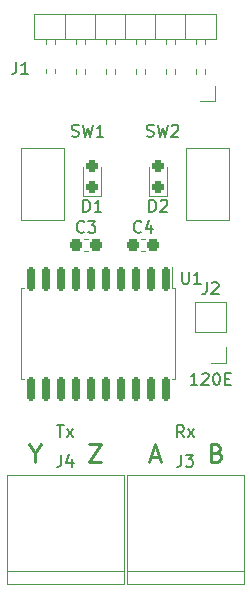
<source format=gto>
G04 #@! TF.GenerationSoftware,KiCad,Pcbnew,7.0.9-7.0.9~ubuntu20.04.1*
G04 #@! TF.CreationDate,2023-12-17T15:18:06+01:00*
G04 #@! TF.ProjectId,kicad-pmod_rs485,6b696361-642d-4706-9d6f-645f72733438,rev?*
G04 #@! TF.SameCoordinates,Original*
G04 #@! TF.FileFunction,Legend,Top*
G04 #@! TF.FilePolarity,Positive*
%FSLAX46Y46*%
G04 Gerber Fmt 4.6, Leading zero omitted, Abs format (unit mm)*
G04 Created by KiCad (PCBNEW 7.0.9-7.0.9~ubuntu20.04.1) date 2023-12-17 15:18:06*
%MOMM*%
%LPD*%
G01*
G04 APERTURE LIST*
G04 Aperture macros list*
%AMRoundRect*
0 Rectangle with rounded corners*
0 $1 Rounding radius*
0 $2 $3 $4 $5 $6 $7 $8 $9 X,Y pos of 4 corners*
0 Add a 4 corners polygon primitive as box body*
4,1,4,$2,$3,$4,$5,$6,$7,$8,$9,$2,$3,0*
0 Add four circle primitives for the rounded corners*
1,1,$1+$1,$2,$3*
1,1,$1+$1,$4,$5*
1,1,$1+$1,$6,$7*
1,1,$1+$1,$8,$9*
0 Add four rect primitives between the rounded corners*
20,1,$1+$1,$2,$3,$4,$5,0*
20,1,$1+$1,$4,$5,$6,$7,0*
20,1,$1+$1,$6,$7,$8,$9,0*
20,1,$1+$1,$8,$9,$2,$3,0*%
G04 Aperture macros list end*
%ADD10C,0.250000*%
%ADD11C,0.150000*%
%ADD12C,0.120000*%
%ADD13R,3.000000X3.000000*%
%ADD14C,3.000000*%
%ADD15R,1.700000X1.700000*%
%ADD16O,1.700000X1.700000*%
%ADD17RoundRect,0.237500X0.300000X0.237500X-0.300000X0.237500X-0.300000X-0.237500X0.300000X-0.237500X0*%
%ADD18RoundRect,0.237500X0.237500X-0.287500X0.237500X0.287500X-0.237500X0.287500X-0.237500X-0.287500X0*%
%ADD19R,1.600000X2.180000*%
%ADD20RoundRect,0.150000X-0.150000X0.875000X-0.150000X-0.875000X0.150000X-0.875000X0.150000X0.875000X0*%
G04 APERTURE END LIST*
D10*
X129944857Y-99185357D02*
X130659143Y-99185357D01*
X129802000Y-99613928D02*
X130302000Y-98113928D01*
X130302000Y-98113928D02*
X130802000Y-99613928D01*
D11*
X133881952Y-93087819D02*
X133310524Y-93087819D01*
X133596238Y-93087819D02*
X133596238Y-92087819D01*
X133596238Y-92087819D02*
X133501000Y-92230676D01*
X133501000Y-92230676D02*
X133405762Y-92325914D01*
X133405762Y-92325914D02*
X133310524Y-92373533D01*
X134262905Y-92183057D02*
X134310524Y-92135438D01*
X134310524Y-92135438D02*
X134405762Y-92087819D01*
X134405762Y-92087819D02*
X134643857Y-92087819D01*
X134643857Y-92087819D02*
X134739095Y-92135438D01*
X134739095Y-92135438D02*
X134786714Y-92183057D01*
X134786714Y-92183057D02*
X134834333Y-92278295D01*
X134834333Y-92278295D02*
X134834333Y-92373533D01*
X134834333Y-92373533D02*
X134786714Y-92516390D01*
X134786714Y-92516390D02*
X134215286Y-93087819D01*
X134215286Y-93087819D02*
X134834333Y-93087819D01*
X135453381Y-92087819D02*
X135548619Y-92087819D01*
X135548619Y-92087819D02*
X135643857Y-92135438D01*
X135643857Y-92135438D02*
X135691476Y-92183057D01*
X135691476Y-92183057D02*
X135739095Y-92278295D01*
X135739095Y-92278295D02*
X135786714Y-92468771D01*
X135786714Y-92468771D02*
X135786714Y-92706866D01*
X135786714Y-92706866D02*
X135739095Y-92897342D01*
X135739095Y-92897342D02*
X135691476Y-92992580D01*
X135691476Y-92992580D02*
X135643857Y-93040200D01*
X135643857Y-93040200D02*
X135548619Y-93087819D01*
X135548619Y-93087819D02*
X135453381Y-93087819D01*
X135453381Y-93087819D02*
X135358143Y-93040200D01*
X135358143Y-93040200D02*
X135310524Y-92992580D01*
X135310524Y-92992580D02*
X135262905Y-92897342D01*
X135262905Y-92897342D02*
X135215286Y-92706866D01*
X135215286Y-92706866D02*
X135215286Y-92468771D01*
X135215286Y-92468771D02*
X135262905Y-92278295D01*
X135262905Y-92278295D02*
X135310524Y-92183057D01*
X135310524Y-92183057D02*
X135358143Y-92135438D01*
X135358143Y-92135438D02*
X135453381Y-92087819D01*
X136215286Y-92564009D02*
X136548619Y-92564009D01*
X136691476Y-93087819D02*
X136215286Y-93087819D01*
X136215286Y-93087819D02*
X136215286Y-92087819D01*
X136215286Y-92087819D02*
X136691476Y-92087819D01*
D10*
X124722000Y-98113928D02*
X125722000Y-98113928D01*
X125722000Y-98113928D02*
X124722000Y-99613928D01*
X124722000Y-99613928D02*
X125722000Y-99613928D01*
X135489142Y-98828214D02*
X135703428Y-98899642D01*
X135703428Y-98899642D02*
X135774857Y-98971071D01*
X135774857Y-98971071D02*
X135846285Y-99113928D01*
X135846285Y-99113928D02*
X135846285Y-99328214D01*
X135846285Y-99328214D02*
X135774857Y-99471071D01*
X135774857Y-99471071D02*
X135703428Y-99542500D01*
X135703428Y-99542500D02*
X135560571Y-99613928D01*
X135560571Y-99613928D02*
X134989142Y-99613928D01*
X134989142Y-99613928D02*
X134989142Y-98113928D01*
X134989142Y-98113928D02*
X135489142Y-98113928D01*
X135489142Y-98113928D02*
X135632000Y-98185357D01*
X135632000Y-98185357D02*
X135703428Y-98256785D01*
X135703428Y-98256785D02*
X135774857Y-98399642D01*
X135774857Y-98399642D02*
X135774857Y-98542500D01*
X135774857Y-98542500D02*
X135703428Y-98685357D01*
X135703428Y-98685357D02*
X135632000Y-98756785D01*
X135632000Y-98756785D02*
X135489142Y-98828214D01*
X135489142Y-98828214D02*
X134989142Y-98828214D01*
X120142000Y-98899642D02*
X120142000Y-99613928D01*
X119642000Y-98113928D02*
X120142000Y-98899642D01*
X120142000Y-98899642D02*
X120642000Y-98113928D01*
D11*
X121991524Y-96532819D02*
X122562952Y-96532819D01*
X122277238Y-97532819D02*
X122277238Y-96532819D01*
X122801048Y-97532819D02*
X123324857Y-96866152D01*
X122801048Y-96866152D02*
X123324857Y-97532819D01*
X132746761Y-97532819D02*
X132413428Y-97056628D01*
X132175333Y-97532819D02*
X132175333Y-96532819D01*
X132175333Y-96532819D02*
X132556285Y-96532819D01*
X132556285Y-96532819D02*
X132651523Y-96580438D01*
X132651523Y-96580438D02*
X132699142Y-96628057D01*
X132699142Y-96628057D02*
X132746761Y-96723295D01*
X132746761Y-96723295D02*
X132746761Y-96866152D01*
X132746761Y-96866152D02*
X132699142Y-96961390D01*
X132699142Y-96961390D02*
X132651523Y-97009009D01*
X132651523Y-97009009D02*
X132556285Y-97056628D01*
X132556285Y-97056628D02*
X132175333Y-97056628D01*
X133080095Y-97532819D02*
X133603904Y-96866152D01*
X133080095Y-96866152D02*
X133603904Y-97532819D01*
X132508666Y-99022819D02*
X132508666Y-99737104D01*
X132508666Y-99737104D02*
X132461047Y-99879961D01*
X132461047Y-99879961D02*
X132365809Y-99975200D01*
X132365809Y-99975200D02*
X132222952Y-100022819D01*
X132222952Y-100022819D02*
X132127714Y-100022819D01*
X132889619Y-99022819D02*
X133508666Y-99022819D01*
X133508666Y-99022819D02*
X133175333Y-99403771D01*
X133175333Y-99403771D02*
X133318190Y-99403771D01*
X133318190Y-99403771D02*
X133413428Y-99451390D01*
X133413428Y-99451390D02*
X133461047Y-99499009D01*
X133461047Y-99499009D02*
X133508666Y-99594247D01*
X133508666Y-99594247D02*
X133508666Y-99832342D01*
X133508666Y-99832342D02*
X133461047Y-99927580D01*
X133461047Y-99927580D02*
X133413428Y-99975200D01*
X133413428Y-99975200D02*
X133318190Y-100022819D01*
X133318190Y-100022819D02*
X133032476Y-100022819D01*
X133032476Y-100022819D02*
X132937238Y-99975200D01*
X132937238Y-99975200D02*
X132889619Y-99927580D01*
X134667666Y-84417819D02*
X134667666Y-85132104D01*
X134667666Y-85132104D02*
X134620047Y-85274961D01*
X134620047Y-85274961D02*
X134524809Y-85370200D01*
X134524809Y-85370200D02*
X134381952Y-85417819D01*
X134381952Y-85417819D02*
X134286714Y-85417819D01*
X135096238Y-84513057D02*
X135143857Y-84465438D01*
X135143857Y-84465438D02*
X135239095Y-84417819D01*
X135239095Y-84417819D02*
X135477190Y-84417819D01*
X135477190Y-84417819D02*
X135572428Y-84465438D01*
X135572428Y-84465438D02*
X135620047Y-84513057D01*
X135620047Y-84513057D02*
X135667666Y-84608295D01*
X135667666Y-84608295D02*
X135667666Y-84703533D01*
X135667666Y-84703533D02*
X135620047Y-84846390D01*
X135620047Y-84846390D02*
X135048619Y-85417819D01*
X135048619Y-85417819D02*
X135667666Y-85417819D01*
X129119333Y-80115580D02*
X129071714Y-80163200D01*
X129071714Y-80163200D02*
X128928857Y-80210819D01*
X128928857Y-80210819D02*
X128833619Y-80210819D01*
X128833619Y-80210819D02*
X128690762Y-80163200D01*
X128690762Y-80163200D02*
X128595524Y-80067961D01*
X128595524Y-80067961D02*
X128547905Y-79972723D01*
X128547905Y-79972723D02*
X128500286Y-79782247D01*
X128500286Y-79782247D02*
X128500286Y-79639390D01*
X128500286Y-79639390D02*
X128547905Y-79448914D01*
X128547905Y-79448914D02*
X128595524Y-79353676D01*
X128595524Y-79353676D02*
X128690762Y-79258438D01*
X128690762Y-79258438D02*
X128833619Y-79210819D01*
X128833619Y-79210819D02*
X128928857Y-79210819D01*
X128928857Y-79210819D02*
X129071714Y-79258438D01*
X129071714Y-79258438D02*
X129119333Y-79306057D01*
X129976476Y-79544152D02*
X129976476Y-80210819D01*
X129738381Y-79163200D02*
X129500286Y-79877485D01*
X129500286Y-79877485D02*
X130119333Y-79877485D01*
X124293333Y-80115580D02*
X124245714Y-80163200D01*
X124245714Y-80163200D02*
X124102857Y-80210819D01*
X124102857Y-80210819D02*
X124007619Y-80210819D01*
X124007619Y-80210819D02*
X123864762Y-80163200D01*
X123864762Y-80163200D02*
X123769524Y-80067961D01*
X123769524Y-80067961D02*
X123721905Y-79972723D01*
X123721905Y-79972723D02*
X123674286Y-79782247D01*
X123674286Y-79782247D02*
X123674286Y-79639390D01*
X123674286Y-79639390D02*
X123721905Y-79448914D01*
X123721905Y-79448914D02*
X123769524Y-79353676D01*
X123769524Y-79353676D02*
X123864762Y-79258438D01*
X123864762Y-79258438D02*
X124007619Y-79210819D01*
X124007619Y-79210819D02*
X124102857Y-79210819D01*
X124102857Y-79210819D02*
X124245714Y-79258438D01*
X124245714Y-79258438D02*
X124293333Y-79306057D01*
X124626667Y-79210819D02*
X125245714Y-79210819D01*
X125245714Y-79210819D02*
X124912381Y-79591771D01*
X124912381Y-79591771D02*
X125055238Y-79591771D01*
X125055238Y-79591771D02*
X125150476Y-79639390D01*
X125150476Y-79639390D02*
X125198095Y-79687009D01*
X125198095Y-79687009D02*
X125245714Y-79782247D01*
X125245714Y-79782247D02*
X125245714Y-80020342D01*
X125245714Y-80020342D02*
X125198095Y-80115580D01*
X125198095Y-80115580D02*
X125150476Y-80163200D01*
X125150476Y-80163200D02*
X125055238Y-80210819D01*
X125055238Y-80210819D02*
X124769524Y-80210819D01*
X124769524Y-80210819D02*
X124674286Y-80163200D01*
X124674286Y-80163200D02*
X124626667Y-80115580D01*
X124229905Y-78432819D02*
X124229905Y-77432819D01*
X124229905Y-77432819D02*
X124468000Y-77432819D01*
X124468000Y-77432819D02*
X124610857Y-77480438D01*
X124610857Y-77480438D02*
X124706095Y-77575676D01*
X124706095Y-77575676D02*
X124753714Y-77670914D01*
X124753714Y-77670914D02*
X124801333Y-77861390D01*
X124801333Y-77861390D02*
X124801333Y-78004247D01*
X124801333Y-78004247D02*
X124753714Y-78194723D01*
X124753714Y-78194723D02*
X124706095Y-78289961D01*
X124706095Y-78289961D02*
X124610857Y-78385200D01*
X124610857Y-78385200D02*
X124468000Y-78432819D01*
X124468000Y-78432819D02*
X124229905Y-78432819D01*
X125753714Y-78432819D02*
X125182286Y-78432819D01*
X125468000Y-78432819D02*
X125468000Y-77432819D01*
X125468000Y-77432819D02*
X125372762Y-77575676D01*
X125372762Y-77575676D02*
X125277524Y-77670914D01*
X125277524Y-77670914D02*
X125182286Y-77718533D01*
X129817905Y-78432819D02*
X129817905Y-77432819D01*
X129817905Y-77432819D02*
X130056000Y-77432819D01*
X130056000Y-77432819D02*
X130198857Y-77480438D01*
X130198857Y-77480438D02*
X130294095Y-77575676D01*
X130294095Y-77575676D02*
X130341714Y-77670914D01*
X130341714Y-77670914D02*
X130389333Y-77861390D01*
X130389333Y-77861390D02*
X130389333Y-78004247D01*
X130389333Y-78004247D02*
X130341714Y-78194723D01*
X130341714Y-78194723D02*
X130294095Y-78289961D01*
X130294095Y-78289961D02*
X130198857Y-78385200D01*
X130198857Y-78385200D02*
X130056000Y-78432819D01*
X130056000Y-78432819D02*
X129817905Y-78432819D01*
X130770286Y-77528057D02*
X130817905Y-77480438D01*
X130817905Y-77480438D02*
X130913143Y-77432819D01*
X130913143Y-77432819D02*
X131151238Y-77432819D01*
X131151238Y-77432819D02*
X131246476Y-77480438D01*
X131246476Y-77480438D02*
X131294095Y-77528057D01*
X131294095Y-77528057D02*
X131341714Y-77623295D01*
X131341714Y-77623295D02*
X131341714Y-77718533D01*
X131341714Y-77718533D02*
X131294095Y-77861390D01*
X131294095Y-77861390D02*
X130722667Y-78432819D01*
X130722667Y-78432819D02*
X131341714Y-78432819D01*
X123253667Y-72035200D02*
X123396524Y-72082819D01*
X123396524Y-72082819D02*
X123634619Y-72082819D01*
X123634619Y-72082819D02*
X123729857Y-72035200D01*
X123729857Y-72035200D02*
X123777476Y-71987580D01*
X123777476Y-71987580D02*
X123825095Y-71892342D01*
X123825095Y-71892342D02*
X123825095Y-71797104D01*
X123825095Y-71797104D02*
X123777476Y-71701866D01*
X123777476Y-71701866D02*
X123729857Y-71654247D01*
X123729857Y-71654247D02*
X123634619Y-71606628D01*
X123634619Y-71606628D02*
X123444143Y-71559009D01*
X123444143Y-71559009D02*
X123348905Y-71511390D01*
X123348905Y-71511390D02*
X123301286Y-71463771D01*
X123301286Y-71463771D02*
X123253667Y-71368533D01*
X123253667Y-71368533D02*
X123253667Y-71273295D01*
X123253667Y-71273295D02*
X123301286Y-71178057D01*
X123301286Y-71178057D02*
X123348905Y-71130438D01*
X123348905Y-71130438D02*
X123444143Y-71082819D01*
X123444143Y-71082819D02*
X123682238Y-71082819D01*
X123682238Y-71082819D02*
X123825095Y-71130438D01*
X124158429Y-71082819D02*
X124396524Y-72082819D01*
X124396524Y-72082819D02*
X124587000Y-71368533D01*
X124587000Y-71368533D02*
X124777476Y-72082819D01*
X124777476Y-72082819D02*
X125015572Y-71082819D01*
X125920333Y-72082819D02*
X125348905Y-72082819D01*
X125634619Y-72082819D02*
X125634619Y-71082819D01*
X125634619Y-71082819D02*
X125539381Y-71225676D01*
X125539381Y-71225676D02*
X125444143Y-71320914D01*
X125444143Y-71320914D02*
X125348905Y-71368533D01*
X129603667Y-72035200D02*
X129746524Y-72082819D01*
X129746524Y-72082819D02*
X129984619Y-72082819D01*
X129984619Y-72082819D02*
X130079857Y-72035200D01*
X130079857Y-72035200D02*
X130127476Y-71987580D01*
X130127476Y-71987580D02*
X130175095Y-71892342D01*
X130175095Y-71892342D02*
X130175095Y-71797104D01*
X130175095Y-71797104D02*
X130127476Y-71701866D01*
X130127476Y-71701866D02*
X130079857Y-71654247D01*
X130079857Y-71654247D02*
X129984619Y-71606628D01*
X129984619Y-71606628D02*
X129794143Y-71559009D01*
X129794143Y-71559009D02*
X129698905Y-71511390D01*
X129698905Y-71511390D02*
X129651286Y-71463771D01*
X129651286Y-71463771D02*
X129603667Y-71368533D01*
X129603667Y-71368533D02*
X129603667Y-71273295D01*
X129603667Y-71273295D02*
X129651286Y-71178057D01*
X129651286Y-71178057D02*
X129698905Y-71130438D01*
X129698905Y-71130438D02*
X129794143Y-71082819D01*
X129794143Y-71082819D02*
X130032238Y-71082819D01*
X130032238Y-71082819D02*
X130175095Y-71130438D01*
X130508429Y-71082819D02*
X130746524Y-72082819D01*
X130746524Y-72082819D02*
X130937000Y-71368533D01*
X130937000Y-71368533D02*
X131127476Y-72082819D01*
X131127476Y-72082819D02*
X131365572Y-71082819D01*
X131698905Y-71178057D02*
X131746524Y-71130438D01*
X131746524Y-71130438D02*
X131841762Y-71082819D01*
X131841762Y-71082819D02*
X132079857Y-71082819D01*
X132079857Y-71082819D02*
X132175095Y-71130438D01*
X132175095Y-71130438D02*
X132222714Y-71178057D01*
X132222714Y-71178057D02*
X132270333Y-71273295D01*
X132270333Y-71273295D02*
X132270333Y-71368533D01*
X132270333Y-71368533D02*
X132222714Y-71511390D01*
X132222714Y-71511390D02*
X131651286Y-72082819D01*
X131651286Y-72082819D02*
X132270333Y-72082819D01*
X122348666Y-99022819D02*
X122348666Y-99737104D01*
X122348666Y-99737104D02*
X122301047Y-99879961D01*
X122301047Y-99879961D02*
X122205809Y-99975200D01*
X122205809Y-99975200D02*
X122062952Y-100022819D01*
X122062952Y-100022819D02*
X121967714Y-100022819D01*
X123253428Y-99356152D02*
X123253428Y-100022819D01*
X123015333Y-98975200D02*
X122777238Y-99689485D01*
X122777238Y-99689485D02*
X123396285Y-99689485D01*
X118538666Y-65748819D02*
X118538666Y-66463104D01*
X118538666Y-66463104D02*
X118491047Y-66605961D01*
X118491047Y-66605961D02*
X118395809Y-66701200D01*
X118395809Y-66701200D02*
X118252952Y-66748819D01*
X118252952Y-66748819D02*
X118157714Y-66748819D01*
X119538666Y-66748819D02*
X118967238Y-66748819D01*
X119252952Y-66748819D02*
X119252952Y-65748819D01*
X119252952Y-65748819D02*
X119157714Y-65891676D01*
X119157714Y-65891676D02*
X119062476Y-65986914D01*
X119062476Y-65986914D02*
X118967238Y-66034533D01*
X132588095Y-83528819D02*
X132588095Y-84338342D01*
X132588095Y-84338342D02*
X132635714Y-84433580D01*
X132635714Y-84433580D02*
X132683333Y-84481200D01*
X132683333Y-84481200D02*
X132778571Y-84528819D01*
X132778571Y-84528819D02*
X132969047Y-84528819D01*
X132969047Y-84528819D02*
X133064285Y-84481200D01*
X133064285Y-84481200D02*
X133111904Y-84433580D01*
X133111904Y-84433580D02*
X133159523Y-84338342D01*
X133159523Y-84338342D02*
X133159523Y-83528819D01*
X134159523Y-84528819D02*
X133588095Y-84528819D01*
X133873809Y-84528819D02*
X133873809Y-83528819D01*
X133873809Y-83528819D02*
X133778571Y-83671676D01*
X133778571Y-83671676D02*
X133683333Y-83766914D01*
X133683333Y-83766914D02*
X133588095Y-83814533D01*
D12*
X127889000Y-100711000D02*
X127889000Y-109956600D01*
X127889000Y-109956600D02*
X137795000Y-109956600D01*
X137795000Y-100711000D02*
X127889000Y-100711000D01*
X137795000Y-108839000D02*
X127889000Y-108839000D01*
X137795000Y-109956600D02*
X137795000Y-100711000D01*
X136331000Y-91251000D02*
X135001000Y-91251000D01*
X136331000Y-89921000D02*
X136331000Y-91251000D01*
X136331000Y-88651000D02*
X136331000Y-86051000D01*
X136331000Y-88651000D02*
X133671000Y-88651000D01*
X136331000Y-86051000D02*
X133671000Y-86051000D01*
X133671000Y-88651000D02*
X133671000Y-86051000D01*
X129432267Y-81790000D02*
X129139733Y-81790000D01*
X129432267Y-80770000D02*
X129139733Y-80770000D01*
X124606267Y-81790000D02*
X124313733Y-81790000D01*
X124606267Y-80770000D02*
X124313733Y-80770000D01*
X124233000Y-77098000D02*
X125703000Y-77098000D01*
X125703000Y-77098000D02*
X125703000Y-74638000D01*
X124233000Y-74638000D02*
X124233000Y-77098000D01*
X129821000Y-77098000D02*
X131291000Y-77098000D01*
X131291000Y-77098000D02*
X131291000Y-74638000D01*
X129821000Y-74638000D02*
X129821000Y-77098000D01*
X122587000Y-73013000D02*
X122587000Y-79133000D01*
X118967000Y-73013000D02*
X122587000Y-73013000D01*
X122587000Y-79133000D02*
X118967000Y-79133000D01*
X118967000Y-79133000D02*
X118967000Y-73013000D01*
X136557000Y-73013000D02*
X136557000Y-79133000D01*
X132937000Y-73013000D02*
X136557000Y-73013000D01*
X136557000Y-79133000D02*
X132937000Y-79133000D01*
X132937000Y-79133000D02*
X132937000Y-73013000D01*
X117729000Y-100711000D02*
X117729000Y-109956600D01*
X117729000Y-109956600D02*
X127635000Y-109956600D01*
X127635000Y-100711000D02*
X117729000Y-100711000D01*
X127635000Y-108839000D02*
X117729000Y-108839000D01*
X127635000Y-109956600D02*
X127635000Y-100711000D01*
X135382000Y-69088000D02*
X134112000Y-69088000D01*
X135382000Y-69088000D02*
X135382000Y-67818000D01*
X123572000Y-66775071D02*
X123572000Y-66320929D01*
X124332000Y-66775071D02*
X124332000Y-66320929D01*
X126112000Y-66775071D02*
X126112000Y-66320929D01*
X126872000Y-66775071D02*
X126872000Y-66320929D01*
X128652000Y-66775071D02*
X128652000Y-66320929D01*
X129412000Y-66775071D02*
X129412000Y-66320929D01*
X131192000Y-66775071D02*
X131192000Y-66320929D01*
X131952000Y-66775071D02*
X131952000Y-66320929D01*
X133732000Y-66775071D02*
X133732000Y-66320929D01*
X134492000Y-66775071D02*
X134492000Y-66320929D01*
X121032000Y-66708000D02*
X121032000Y-66320929D01*
X121792000Y-66708000D02*
X121792000Y-66320929D01*
X121032000Y-64235071D02*
X121032000Y-63838000D01*
X121792000Y-64235071D02*
X121792000Y-63838000D01*
X123572000Y-64235071D02*
X123572000Y-63838000D01*
X124332000Y-64235071D02*
X124332000Y-63838000D01*
X126112000Y-64235071D02*
X126112000Y-63838000D01*
X126872000Y-64235071D02*
X126872000Y-63838000D01*
X128652000Y-64235071D02*
X128652000Y-63838000D01*
X129412000Y-64235071D02*
X129412000Y-63838000D01*
X131192000Y-64235071D02*
X131192000Y-63838000D01*
X131952000Y-64235071D02*
X131952000Y-63838000D01*
X133732000Y-64235071D02*
X133732000Y-63838000D01*
X134492000Y-64235071D02*
X134492000Y-63838000D01*
X120082000Y-63838000D02*
X135442000Y-63838000D01*
X122682000Y-63838000D02*
X122682000Y-61722000D01*
X125222000Y-63838000D02*
X125222000Y-61722000D01*
X127762000Y-63838000D02*
X127762000Y-61722000D01*
X130302000Y-63838000D02*
X130302000Y-61722000D01*
X132842000Y-63838000D02*
X132842000Y-61722000D01*
X135442000Y-63838000D02*
X135442000Y-61722000D01*
X120082000Y-61722000D02*
X120082000Y-63838000D01*
X135442000Y-61722000D02*
X120082000Y-61722000D01*
X131986000Y-84913000D02*
X131751000Y-84913000D01*
X131751000Y-84913000D02*
X131751000Y-83098000D01*
X118966000Y-84913000D02*
X119201000Y-84913000D01*
X131986000Y-88773000D02*
X131986000Y-84913000D01*
X131986000Y-88773000D02*
X131986000Y-92633000D01*
X118966000Y-88773000D02*
X118966000Y-84913000D01*
X118966000Y-88773000D02*
X118966000Y-92633000D01*
X131986000Y-92633000D02*
X131751000Y-92633000D01*
X118966000Y-92633000D02*
X119201000Y-92633000D01*
%LPC*%
D13*
X130302000Y-105410000D03*
D14*
X135382000Y-105410000D03*
D15*
X135001000Y-89921000D03*
D16*
X135001000Y-87381000D03*
D17*
X130148500Y-81280000D03*
X128423500Y-81280000D03*
X125322500Y-81280000D03*
X123597500Y-81280000D03*
D18*
X124968000Y-76313000D03*
X124968000Y-74563000D03*
X130556000Y-76313000D03*
X130556000Y-74563000D03*
D19*
X120777000Y-71483000D03*
X120777000Y-80663000D03*
X134747000Y-71483000D03*
X134747000Y-80663000D03*
D13*
X120142000Y-105410000D03*
D14*
X125222000Y-105410000D03*
D15*
X134112000Y-67818000D03*
D16*
X134112000Y-65278000D03*
X131572000Y-67818000D03*
X131572000Y-65278000D03*
X129032000Y-67818000D03*
X129032000Y-65278000D03*
X126492000Y-67818000D03*
X126492000Y-65278000D03*
X123952000Y-67818000D03*
X123952000Y-65278000D03*
X121412000Y-67818000D03*
X121412000Y-65278000D03*
D20*
X131191000Y-84123000D03*
X129921000Y-84123000D03*
X128651000Y-84123000D03*
X127381000Y-84123000D03*
X126111000Y-84123000D03*
X124841000Y-84123000D03*
X123571000Y-84123000D03*
X122301000Y-84123000D03*
X121031000Y-84123000D03*
X119761000Y-84123000D03*
X119761000Y-93423000D03*
X121031000Y-93423000D03*
X122301000Y-93423000D03*
X123571000Y-93423000D03*
X124841000Y-93423000D03*
X126111000Y-93423000D03*
X127381000Y-93423000D03*
X128651000Y-93423000D03*
X129921000Y-93423000D03*
X131191000Y-93423000D03*
%LPD*%
M02*

</source>
